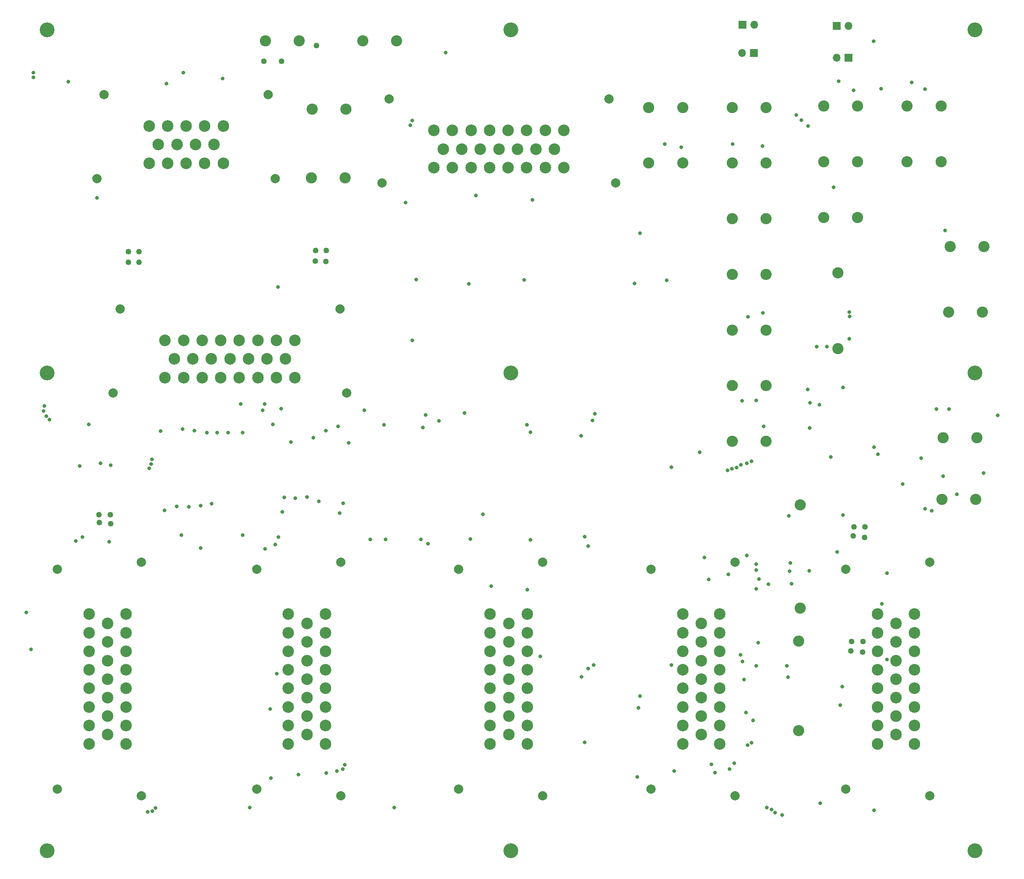
<source format=gbs>
G04 #@! TF.GenerationSoftware,KiCad,Pcbnew,8.0.2*
G04 #@! TF.CreationDate,2024-05-16T19:18:52+09:30*
G04 #@! TF.ProjectId,Motherboard 2024,4d6f7468-6572-4626-9f61-726420323032,rev?*
G04 #@! TF.SameCoordinates,Original*
G04 #@! TF.FileFunction,Soldermask,Bot*
G04 #@! TF.FilePolarity,Negative*
%FSLAX46Y46*%
G04 Gerber Fmt 4.6, Leading zero omitted, Abs format (unit mm)*
G04 Created by KiCad (PCBNEW 8.0.2) date 2024-05-16 19:18:52*
%MOMM*%
%LPD*%
G01*
G04 APERTURE LIST*
%ADD10C,2.410000*%
%ADD11C,3.200000*%
%ADD12R,1.700000X1.700000*%
%ADD13O,1.700000X1.700000*%
%ADD14C,2.000000*%
%ADD15C,2.500000*%
%ADD16C,1.250000*%
%ADD17C,0.800000*%
G04 APERTURE END LIST*
D10*
X278207200Y-72014600D03*
X270907200Y-72014600D03*
X303249600Y-194380000D03*
X303249600Y-175080000D03*
X296207200Y-72014600D03*
X288907200Y-72014600D03*
X296207200Y-120014600D03*
X288907200Y-120014600D03*
X278207200Y-60014600D03*
X270907200Y-60014600D03*
X205427600Y-75215000D03*
X198127600Y-75215000D03*
D11*
X141189848Y-43306639D03*
D10*
X342849200Y-104140000D03*
X335549200Y-104140000D03*
X333910000Y-71740800D03*
X326610000Y-71740800D03*
X333910000Y-59740800D03*
X326610000Y-59740800D03*
X296207200Y-108014600D03*
X288907200Y-108014600D03*
X296207200Y-96014600D03*
X288907200Y-96014600D03*
D12*
X291079000Y-42164000D03*
D13*
X293619000Y-42164000D03*
D10*
X311708800Y-112031150D03*
X311708800Y-95731150D03*
D11*
X141184851Y-220301638D03*
D10*
X341419200Y-144506200D03*
X334119200Y-144506200D03*
D11*
X241184851Y-220301638D03*
D10*
X296207200Y-60014600D03*
X288907200Y-60014600D03*
X341680800Y-131267200D03*
X334380800Y-131267200D03*
X343173200Y-89983200D03*
X335873200Y-89983200D03*
D12*
X313944000Y-49276000D03*
D13*
X311404000Y-49276000D03*
D10*
X315910000Y-59740800D03*
X308610000Y-59740800D03*
X303554400Y-168014800D03*
X303554400Y-145714800D03*
D12*
X311399000Y-42418000D03*
D13*
X313939000Y-42418000D03*
D10*
X205604000Y-60374400D03*
X198304000Y-60374400D03*
D11*
X241184851Y-117301638D03*
D10*
X216514000Y-45618400D03*
X209214000Y-45618400D03*
X315910000Y-83740800D03*
X308610000Y-83740800D03*
X296207200Y-132014600D03*
X288907200Y-132014600D03*
D11*
X241189848Y-43306639D03*
D10*
X315910000Y-71740800D03*
X308610000Y-71740800D03*
X296207200Y-84014600D03*
X288907200Y-84014600D03*
D11*
X141184851Y-117301638D03*
D10*
X195514000Y-45618400D03*
X188214000Y-45618400D03*
D11*
X341189908Y-43306581D03*
D12*
X293578200Y-48260000D03*
D13*
X291038200Y-48260000D03*
D11*
X341194744Y-220301535D03*
X341194744Y-117301535D03*
D14*
X263775600Y-76299600D03*
X262275600Y-58199600D03*
X214875600Y-58199600D03*
X213375600Y-76299600D03*
D15*
X252575600Y-64999600D03*
X248575600Y-64999600D03*
X244575600Y-64999600D03*
X240575600Y-64999600D03*
X236575600Y-64999600D03*
X232575600Y-64999600D03*
X228575600Y-64999600D03*
X224575600Y-64999600D03*
X250575600Y-68999600D03*
X246575600Y-68999600D03*
X242575600Y-68999600D03*
X238575600Y-68999600D03*
X234575600Y-68999600D03*
X230575600Y-68999600D03*
X226575600Y-68999600D03*
X252575600Y-72999600D03*
X248575600Y-72999600D03*
X244575600Y-72999600D03*
X240575600Y-72999600D03*
X236575600Y-72999600D03*
X232575600Y-72999600D03*
X228575600Y-72999600D03*
X224575600Y-72999600D03*
D14*
X247984851Y-158101638D03*
X229884851Y-159601638D03*
X229884851Y-207001638D03*
X247984851Y-208501638D03*
D15*
X236684851Y-169301638D03*
X236684851Y-173301638D03*
X236684851Y-177301638D03*
X236684851Y-181301638D03*
X236684851Y-185301638D03*
X236684851Y-189301638D03*
X236684851Y-193301638D03*
X236684851Y-197301638D03*
X240684851Y-171301638D03*
X240684851Y-175301638D03*
X240684851Y-179301638D03*
X240684851Y-183301638D03*
X240684851Y-187301638D03*
X240684851Y-191301638D03*
X240684851Y-195301638D03*
X244684851Y-169301638D03*
X244684851Y-173301638D03*
X244684851Y-177301638D03*
X244684851Y-181301638D03*
X244684851Y-185301638D03*
X244684851Y-189301638D03*
X244684851Y-193301638D03*
X244684851Y-197301638D03*
D14*
X161484851Y-158101638D03*
X143384851Y-159601638D03*
X143384851Y-207001638D03*
X161484851Y-208501638D03*
D15*
X150184851Y-169301638D03*
X150184851Y-173301638D03*
X150184851Y-177301638D03*
X150184851Y-181301638D03*
X150184851Y-185301638D03*
X150184851Y-189301638D03*
X150184851Y-193301638D03*
X150184851Y-197301638D03*
X154184851Y-171301638D03*
X154184851Y-175301638D03*
X154184851Y-179301638D03*
X154184851Y-183301638D03*
X154184851Y-187301638D03*
X154184851Y-191301638D03*
X154184851Y-195301638D03*
X158184851Y-169301638D03*
X158184851Y-173301638D03*
X158184851Y-177301638D03*
X158184851Y-181301638D03*
X158184851Y-185301638D03*
X158184851Y-189301638D03*
X158184851Y-193301638D03*
X158184851Y-197301638D03*
D14*
X289494744Y-158101535D03*
X271394744Y-159601535D03*
X271394744Y-207001535D03*
X289494744Y-208501535D03*
D15*
X278194744Y-169301535D03*
X278194744Y-173301535D03*
X278194744Y-177301535D03*
X278194744Y-181301535D03*
X278194744Y-185301535D03*
X278194744Y-189301535D03*
X278194744Y-193301535D03*
X278194744Y-197301535D03*
X282194744Y-171301535D03*
X282194744Y-175301535D03*
X282194744Y-179301535D03*
X282194744Y-183301535D03*
X282194744Y-187301535D03*
X282194744Y-191301535D03*
X282194744Y-195301535D03*
X286194744Y-169301535D03*
X286194744Y-173301535D03*
X286194744Y-177301535D03*
X286194744Y-181301535D03*
X286194744Y-185301535D03*
X286194744Y-189301535D03*
X286194744Y-193301535D03*
X286194744Y-197301535D03*
D14*
X204484851Y-158101638D03*
X186384851Y-159601638D03*
X186384851Y-207001638D03*
X204484851Y-208501638D03*
D15*
X193184851Y-169301638D03*
X193184851Y-173301638D03*
X193184851Y-177301638D03*
X193184851Y-181301638D03*
X193184851Y-185301638D03*
X193184851Y-189301638D03*
X193184851Y-193301638D03*
X193184851Y-197301638D03*
X197184851Y-171301638D03*
X197184851Y-175301638D03*
X197184851Y-179301638D03*
X197184851Y-183301638D03*
X197184851Y-187301638D03*
X197184851Y-191301638D03*
X197184851Y-195301638D03*
X201184851Y-169301638D03*
X201184851Y-173301638D03*
X201184851Y-177301638D03*
X201184851Y-181301638D03*
X201184851Y-185301638D03*
X201184851Y-189301638D03*
X201184851Y-193301638D03*
X201184851Y-197301638D03*
D14*
X190342000Y-75334400D03*
X188842000Y-57234400D03*
X153442000Y-57234400D03*
X151942000Y-75334400D03*
D15*
X179142000Y-64034400D03*
X175142000Y-64034400D03*
X171142000Y-64034400D03*
X167142000Y-64034400D03*
X163142000Y-64034400D03*
X177142000Y-68034400D03*
X173142000Y-68034400D03*
X169142000Y-68034400D03*
X165142000Y-68034400D03*
X179142000Y-72034400D03*
X175142000Y-72034400D03*
X171142000Y-72034400D03*
X167142000Y-72034400D03*
X163142000Y-72034400D03*
D14*
X331494744Y-158101535D03*
X313394744Y-159601535D03*
X313394744Y-207001535D03*
X331494744Y-208501535D03*
D15*
X320194744Y-169301535D03*
X320194744Y-173301535D03*
X320194744Y-177301535D03*
X320194744Y-181301535D03*
X320194744Y-185301535D03*
X320194744Y-189301535D03*
X320194744Y-193301535D03*
X320194744Y-197301535D03*
X324194744Y-171301535D03*
X324194744Y-175301535D03*
X324194744Y-179301535D03*
X324194744Y-183301535D03*
X324194744Y-187301535D03*
X324194744Y-191301535D03*
X324194744Y-195301535D03*
X328194744Y-169301535D03*
X328194744Y-173301535D03*
X328194744Y-177301535D03*
X328194744Y-181301535D03*
X328194744Y-185301535D03*
X328194744Y-189301535D03*
X328194744Y-193301535D03*
X328194744Y-197301535D03*
D14*
X205788400Y-121562400D03*
X204288400Y-103462400D03*
X156888400Y-103462400D03*
X155388400Y-121562400D03*
D15*
X194588400Y-110262400D03*
X190588400Y-110262400D03*
X186588400Y-110262400D03*
X182588400Y-110262400D03*
X178588400Y-110262400D03*
X174588400Y-110262400D03*
X170588400Y-110262400D03*
X166588400Y-110262400D03*
X192588400Y-114262400D03*
X188588400Y-114262400D03*
X184588400Y-114262400D03*
X180588400Y-114262400D03*
X176588400Y-114262400D03*
X172588400Y-114262400D03*
X168588400Y-114262400D03*
X194588400Y-118262400D03*
X190588400Y-118262400D03*
X186588400Y-118262400D03*
X182588400Y-118262400D03*
X178588400Y-118262400D03*
X174588400Y-118262400D03*
X170588400Y-118262400D03*
X166588400Y-118262400D03*
D16*
X199237600Y-46685200D03*
X187858400Y-50038000D03*
X191668400Y-50088800D03*
D17*
X305206400Y-64008000D03*
X303834800Y-62749700D03*
X302666400Y-61620400D03*
X268630400Y-189484000D03*
X268376400Y-204368400D03*
X189433200Y-204622400D03*
X220776800Y-97129600D03*
X267817600Y-97981500D03*
X189252900Y-189738000D03*
X218490800Y-80501500D03*
X245821200Y-79908400D03*
X276402800Y-203098400D03*
X274777200Y-97282000D03*
X244043200Y-97180400D03*
X195326000Y-203922900D03*
X233629200Y-79044800D03*
X151942800Y-79502000D03*
X320294000Y-134772400D03*
X150114000Y-128355100D03*
D16*
X314960000Y-152450800D03*
X152349200Y-147878800D03*
X315112400Y-150469600D03*
X317449200Y-152755600D03*
X152400000Y-149504400D03*
X317550800Y-150469600D03*
X316992000Y-177495200D03*
X317093600Y-175209200D03*
X314502800Y-177190400D03*
X154838400Y-149758400D03*
X314655200Y-175209200D03*
X154787600Y-147878800D03*
D17*
X312572400Y-184962800D03*
X147335351Y-153558190D03*
X311505600Y-155854400D03*
X198526400Y-131216400D03*
X310184800Y-135432800D03*
X312216800Y-188874400D03*
X293014400Y-136314700D03*
X293370000Y-192176400D03*
X170383200Y-129354600D03*
X293065200Y-197053200D03*
X292014897Y-136714700D03*
X172923200Y-129754600D03*
X287907088Y-138314700D03*
X290670500Y-178054000D03*
X175615600Y-130154600D03*
X322224400Y-179070000D03*
X291070500Y-179527200D03*
X177800000Y-130154600D03*
X288834433Y-137914700D03*
X289833681Y-137702288D03*
X291470500Y-183438800D03*
X180187600Y-130154600D03*
X291870500Y-190500000D03*
X290728400Y-137114700D03*
X183337200Y-130154600D03*
X292181852Y-197520855D03*
X292049200Y-156634700D03*
X188173596Y-155195504D03*
X321194244Y-167081200D03*
X319452377Y-133315700D03*
X191617600Y-124956600D03*
X193751200Y-132155100D03*
X329641200Y-135686800D03*
X145694400Y-54491900D03*
X166878000Y-54914800D03*
X256399300Y-182829200D03*
X201269600Y-129692400D03*
X256286000Y-130860800D03*
X219862400Y-62839600D03*
X296722800Y-162814000D03*
X236931200Y-163220400D03*
X301091600Y-148082000D03*
X312775600Y-147969300D03*
X235153200Y-147777200D03*
X300888400Y-182880000D03*
X322275200Y-160477200D03*
X301694600Y-162763200D03*
X203860400Y-128755100D03*
X244684851Y-163982400D03*
X294069500Y-163880800D03*
X244602000Y-128473200D03*
X300685200Y-180451035D03*
X294069500Y-180451035D03*
X190957200Y-98755200D03*
X221792800Y-153162500D03*
X232460800Y-153127200D03*
X232105200Y-98083100D03*
X245384851Y-153263600D03*
X245384851Y-130048000D03*
X222148400Y-129032000D03*
X247534851Y-178451638D03*
X219448186Y-63839600D03*
X219884851Y-110286800D03*
X343052400Y-138887200D03*
X334326500Y-139547600D03*
X191871600Y-147218400D03*
X330444244Y-146570300D03*
X197205600Y-144068800D03*
X176631600Y-145471300D03*
X174244000Y-145871300D03*
X192278000Y-144119600D03*
X194665600Y-144322800D03*
X171704000Y-146151600D03*
X169078900Y-146050000D03*
X199745600Y-144932400D03*
X166471600Y-146913600D03*
X204978000Y-145377700D03*
X182880000Y-123956100D03*
X188089708Y-123963700D03*
X307898800Y-210058000D03*
X184861200Y-211041300D03*
X295503600Y-104343200D03*
X294069500Y-159766000D03*
X314096400Y-104140000D03*
X294057200Y-123240800D03*
X305580100Y-129133600D03*
X295402000Y-68326000D03*
X305511200Y-159969200D03*
X294469500Y-175463200D03*
X295656000Y-128778000D03*
X301244000Y-160020000D03*
X277876000Y-68580000D03*
X301447200Y-158242000D03*
X292303200Y-105206800D03*
X288087335Y-160679865D03*
X274320000Y-67919600D03*
X294069500Y-158496000D03*
X289001200Y-67880500D03*
X314252285Y-105127272D03*
X291057200Y-123309433D03*
X307136800Y-111607600D03*
X305663600Y-123709433D03*
X314096400Y-109931200D03*
X309321200Y-111607600D03*
X315061600Y-56286400D03*
X321005200Y-55981600D03*
X227126800Y-48158400D03*
X330504800Y-56032400D03*
X319379600Y-45770800D03*
X310760000Y-77216000D03*
X327609200Y-54660800D03*
X307695600Y-124104400D03*
X311861200Y-54406800D03*
X275792700Y-137566400D03*
X165658800Y-129794000D03*
X231140000Y-125905300D03*
X332943200Y-125108933D03*
X335635600Y-125109433D03*
X259304522Y-126108933D03*
X258775200Y-127558800D03*
X141630400Y-127355600D03*
X225653600Y-127609600D03*
X259029200Y-180302035D03*
X346151200Y-126441200D03*
X337362800Y-143459200D03*
X275793200Y-180302035D03*
X325628000Y-141224000D03*
X190652400Y-182118000D03*
X334822800Y-86563200D03*
X269025100Y-87122000D03*
X269025100Y-186957378D03*
X205300334Y-201816164D03*
X284429200Y-201654500D03*
X289345100Y-201472800D03*
X204879817Y-202722900D03*
X203657200Y-203122900D03*
X288290000Y-202742800D03*
X285191200Y-203454000D03*
X201371200Y-203522900D03*
X183286400Y-152247600D03*
X191008000Y-152654500D03*
X189839600Y-128355100D03*
X213817200Y-128422400D03*
X136656600Y-168910000D03*
X170552100Y-52492900D03*
X138176000Y-52492900D03*
X148793200Y-152654000D03*
X170078400Y-152247600D03*
X138176000Y-53492400D03*
X178968400Y-53797200D03*
X137656100Y-176923969D03*
X222808800Y-126356100D03*
X140974093Y-126597693D03*
X140411200Y-125476000D03*
X187655200Y-125356600D03*
X140575517Y-124356600D03*
X209550000Y-125356600D03*
X210820000Y-153162000D03*
X154533600Y-153653500D03*
X282894244Y-157035200D03*
X283819600Y-161814500D03*
X294640000Y-161696400D03*
X174294800Y-155053500D03*
X163830000Y-211785200D03*
X154889200Y-137210800D03*
X163576000Y-136906000D03*
X298094400Y-212140800D03*
X305155600Y-120853200D03*
X162842120Y-211937182D03*
X312775600Y-120396000D03*
X299669200Y-212648800D03*
X148183600Y-137363200D03*
X163130500Y-137869038D03*
X296381371Y-211041300D03*
X216001600Y-211023200D03*
X331876400Y-147015200D03*
X204266800Y-147523200D03*
D16*
X201320400Y-90881200D03*
X199034400Y-90881200D03*
X158648400Y-93370400D03*
X160985200Y-91084400D03*
X160934400Y-93421200D03*
X198983600Y-93167200D03*
X201269600Y-93218000D03*
X158699200Y-91084400D03*
D17*
X319481200Y-211632800D03*
X297359962Y-211441300D03*
X152704800Y-136753600D03*
X164536755Y-211078445D03*
X163749699Y-135921706D03*
X281889200Y-134377900D03*
X206145397Y-132383797D03*
X190335351Y-154274100D03*
X257798300Y-181000400D03*
X223266000Y-154127200D03*
X257798300Y-154635200D03*
X257048000Y-152552400D03*
X214122000Y-153162500D03*
X257098800Y-196951600D03*
M02*

</source>
